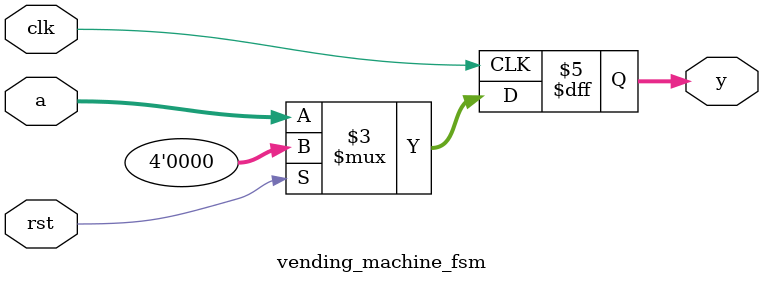
<source format=v>
/* 
 * Corevexis Semiconductor 
 * Example 23: VENDING MACHINE FSM 
 */

module vending_machine_fsm (
    input clk,
    input rst,
    input [3:0] a,
    output reg [3:0] y
);

always @(posedge clk) begin
    if(rst) y <= 4'b0;
    else y <= a; 
end

endmodule
</source>
